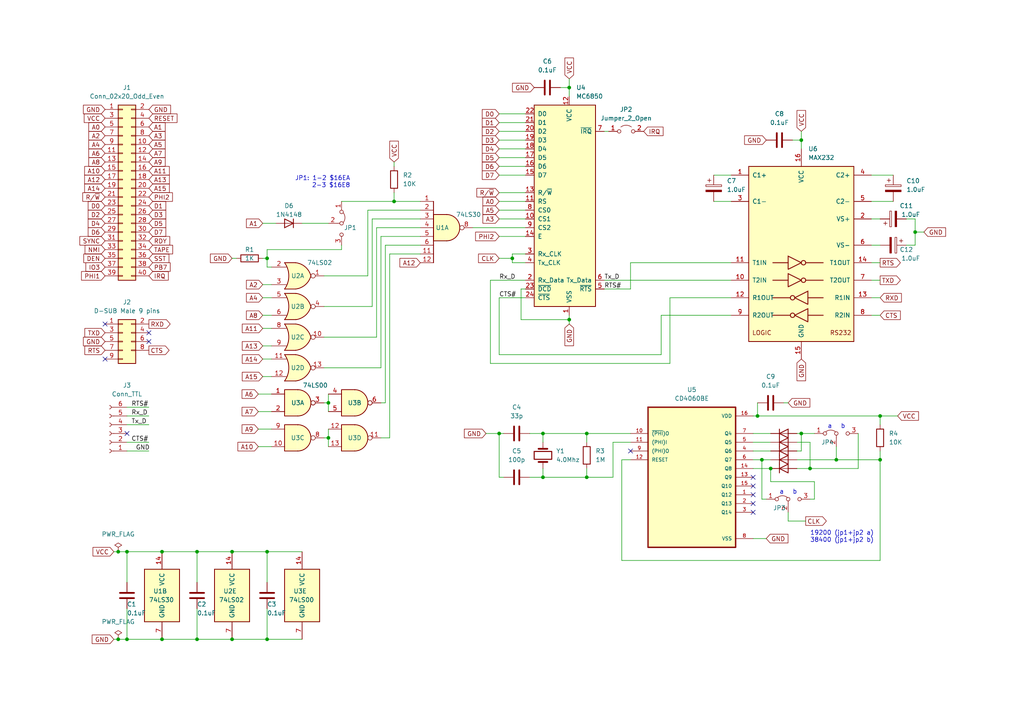
<source format=kicad_sch>
(kicad_sch (version 20211123) (generator eeschema)
  (paper "A4")
  (title_block (title "PAL-1 Serial Interface Adapter") (date "October 2022") (rev "1.0A") (company "Plastic Objects Limited"))
  (lib_symbols
    (symbol "74xx:74LS00" (pin_names (offset 1.016))
      (property "Reference" "U" (at 0 1.27 0))
      (property "Value" "74LS00" (at 0 -1.27 0))
      (symbol "74LS00_1_1"
        (pin input line (at -7.62 2.54 0) (length 3.81) (name "~") (number "1"))
        (pin input line (at -7.62 -2.54 0) (length 3.81) (name "~") (number "2"))
        (pin output inverted (at 7.62 0 180) (length 3.81) (name "~") (number "3"))
      )
      (symbol "74LS00_1_2"
        (pin input inverted (at -7.62 2.54 0) (length 4.318) (name "~") (number "1"))
        (pin input inverted (at -7.62 -2.54 0) (length 4.318) (name "~") (number "2"))
        (pin output line (at 7.62 0 180) (length 3.81) (name "~") (number "3"))
      )
      (symbol "74LS00_2_1"
        (pin input line (at -7.62 2.54 0) (length 3.81) (name "~") (number "4"))
        (pin input line (at -7.62 -2.54 0) (length 3.81) (name "~") (number "5"))
        (pin output inverted (at 7.62 0 180) (length 3.81) (name "~") (number "6"))
      )
      (symbol "74LS00_2_2"
        (pin input inverted (at -7.62 2.54 0) (length 4.318) (name "~") (number "4"))
        (pin input inverted (at -7.62 -2.54 0) (length 4.318) (name "~") (number "5"))
        (pin output line (at 7.62 0 180) (length 3.81) (name "~") (number "6"))
      )
      (symbol "74LS00_3_1"
        (pin input line (at -7.62 -2.54 0) (length 3.81) (name "~") (number "10"))
        (pin output inverted (at 7.62 0 180) (length 3.81) (name "~") (number "8"))
        (pin input line (at -7.62 2.54 0) (length 3.81) (name "~") (number "9"))
      )
      (symbol "74LS00_3_2"
        (pin input inverted (at -7.62 -2.54 0) (length 4.318) (name "~") (number "10"))
        (pin output line (at 7.62 0 180) (length 3.81) (name "~") (number "8"))
        (pin input inverted (at -7.62 2.54 0) (length 4.318) (name "~") (number "9"))
      )
      (symbol "74LS00_4_1"
        (pin output inverted (at 7.62 0 180) (length 3.81) (name "~") (number "11"))
        (pin input line (at -7.62 2.54 0) (length 3.81) (name "~") (number "12"))
        (pin input line (at -7.62 -2.54 0) (length 3.81) (name "~") (number "13"))
      )
      (symbol "74LS00_4_2"
        (pin output line (at 7.62 0 180) (length 3.81) (name "~") (number "11"))
        (pin input inverted (at -7.62 2.54 0) (length 4.318) (name "~") (number "12"))
        (pin input inverted (at -7.62 -2.54 0) (length 4.318) (name "~") (number "13"))
      )
      (symbol "74LS00_5_0"
        (pin power_in line (at 0 12.7 270) (length 5.08) (name "VCC") (number "14"))
        (pin power_in line (at 0 -12.7 90) (length 5.08) (name "GND") (number "7"))
      )
    )
    (symbol "74xx:74LS02" (pin_names (offset 1.016))
      (property "Reference" "U" (at 0 1.27 0))
      (property "Value" "74LS02" (at 0 -1.27 0))
      (symbol "74LS02_1_1"
        (pin output inverted (at 7.62 0 180) (length 3.81) (name "~") (number "1"))
        (pin input line (at -7.62 2.54 0) (length 4.318) (name "~") (number "2"))
        (pin input line (at -7.62 -2.54 0) (length 4.318) (name "~") (number "3"))
      )
      (symbol "74LS02_1_2"
        (pin output line (at 7.62 0 180) (length 3.81) (name "~") (number "1"))
        (pin input inverted (at -7.62 2.54 0) (length 3.81) (name "~") (number "2"))
        (pin input inverted (at -7.62 -2.54 0) (length 3.81) (name "~") (number "3"))
      )
      (symbol "74LS02_2_1"
        (pin output inverted (at 7.62 0 180) (length 3.81) (name "~") (number "4"))
        (pin input line (at -7.62 2.54 0) (length 4.318) (name "~") (number "5"))
        (pin input line (at -7.62 -2.54 0) (length 4.318) (name "~") (number "6"))
      )
      (symbol "74LS02_2_2"
        (pin output line (at 7.62 0 180) (length 3.81) (name "~") (number "4"))
        (pin input inverted (at -7.62 2.54 0) (length 3.81) (name "~") (number "5"))
        (pin input inverted (at -7.62 -2.54 0) (length 3.81) (name "~") (number "6"))
      )
      (symbol "74LS02_3_1"
        (pin output inverted (at 7.62 0 180) (length 3.81) (name "~") (number "10"))
        (pin input line (at -7.62 2.54 0) (length 4.318) (name "~") (number "8"))
        (pin input line (at -7.62 -2.54 0) (length 4.318) (name "~") (number "9"))
      )
      (symbol "74LS02_3_2"
        (pin output line (at 7.62 0 180) (length 3.81) (name "~") (number "10"))
        (pin input inverted (at -7.62 2.54 0) (length 3.81) (name "~") (number "8"))
        (pin input inverted (at -7.62 -2.54 0) (length 3.81) (name "~") (number "9"))
      )
      (symbol "74LS02_4_1"
        (pin input line (at -7.62 2.54 0) (length 4.318) (name "~") (number "11"))
        (pin input line (at -7.62 -2.54 0) (length 4.318) (name "~") (number "12"))
        (pin output inverted (at 7.62 0 180) (length 3.81) (name "~") (number "13"))
      )
      (symbol "74LS02_4_2"
        (pin input inverted (at -7.62 2.54 0) (length 3.81) (name "~") (number "11"))
        (pin input inverted (at -7.62 -2.54 0) (length 3.81) (name "~") (number "12"))
        (pin output line (at 7.62 0 180) (length 3.81) (name "~") (number "13"))
      )
      (symbol "74LS02_5_0"
        (pin power_in line (at 0 12.7 270) (length 5.08) (name "VCC") (number "14"))
        (pin power_in line (at 0 -12.7 90) (length 5.08) (name "GND") (number "7"))
      )
    )
    (symbol "74xx:74LS30" (pin_names (offset 1.016))
      (property "Reference" "U" (at 0 1.27 0))
      (property "Value" "74LS30" (at 0 -1.27 0))
      (symbol "74LS30_1_1"
        (pin input line (at -7.62 7.62 0) (length 3.81) (name "~") (number "1"))
        (pin input line (at -7.62 -7.62 0) (length 3.81) (name "~") (number "11"))
        (pin input line (at -7.62 -10.16 0) (length 3.81) (name "~") (number "12"))
        (pin input line (at -7.62 5.08 0) (length 3.81) (name "~") (number "2"))
        (pin input line (at -7.62 2.54 0) (length 3.81) (name "~") (number "3"))
        (pin input line (at -7.62 0 0) (length 3.81) (name "~") (number "4"))
        (pin input line (at -7.62 -2.54 0) (length 3.81) (name "~") (number "5"))
        (pin input line (at -7.62 -5.08 0) (length 3.81) (name "~") (number "6"))
        (pin output inverted (at 7.62 0 180) (length 3.81) (name "~") (number "8"))
      )
      (symbol "74LS30_1_2"
        (pin input inverted (at -7.62 7.62 0) (length 3.81) (name "~") (number "1"))
        (pin input inverted (at -7.62 -7.62 0) (length 3.81) (name "~") (number "11"))
        (pin input inverted (at -7.62 -10.16 0) (length 3.81) (name "~") (number "12"))
        (pin input inverted (at -7.62 5.08 0) (length 3.81) (name "~") (number "2"))
        (pin input inverted (at -7.62 2.54 0) (length 4.5466) (name "~") (number "3"))
        (pin input inverted (at -7.62 0 0) (length 5.08) (name "~") (number "4"))
        (pin input inverted (at -7.62 -2.54 0) (length 4.5466) (name "~") (number "5"))
        (pin input inverted (at -7.62 -5.08 0) (length 3.81) (name "~") (number "6"))
        (pin output line (at 7.62 0 180) (length 3.81) (name "~") (number "8"))
      )
      (symbol "74LS30_2_0"
        (pin power_in line (at 0 12.7 270) (length 5.08) (name "VCC") (number "14"))
        (pin power_in line (at 0 -12.7 90) (length 5.08) (name "GND") (number "7"))
      )
    )
    (symbol "Connector:Conn_01x06_Female" (pin_names (offset 1.016) hide)
      (property "Reference" "J" (at 0 7.62 0))
      (property "Value" "Conn_01x06_Female" (at 0 -10.16 0))
      (symbol "Conn_01x06_Female_1_1"
        (pin passive line (at -5.08 5.08 0) (length 3.81) (name "Pin_1") (number "1"))
        (pin passive line (at -5.08 2.54 0) (length 3.81) (name "Pin_2") (number "2"))
        (pin passive line (at -5.08 0 0) (length 3.81) (name "Pin_3") (number "3"))
        (pin passive line (at -5.08 -2.54 0) (length 3.81) (name "Pin_4") (number "4"))
        (pin passive line (at -5.08 -5.08 0) (length 3.81) (name "Pin_5") (number "5"))
        (pin passive line (at -5.08 -7.62 0) (length 3.81) (name "Pin_6") (number "6"))
      )
    )
    (symbol "Connector_Generic:Conn_02x20_Odd_Even" (pin_names (offset 1.016) hide)
      (property "Reference" "J" (at 1.27 25.4 0))
      (property "Value" "Conn_02x20_Odd_Even" (at 1.27 -27.94 0))
      (symbol "Conn_02x20_Odd_Even_1_1"
        (pin passive line (at -5.08 22.86 0) (length 3.81) (name "Pin_1") (number "1"))
        (pin passive line (at 7.62 12.7 180) (length 3.81) (name "Pin_10") (number "10"))
        (pin passive line (at -5.08 10.16 0) (length 3.81) (name "Pin_11") (number "11"))
        (pin passive line (at 7.62 10.16 180) (length 3.81) (name "Pin_12") (number "12"))
        (pin passive line (at -5.08 7.62 0) (length 3.81) (name "Pin_13") (number "13"))
        (pin passive line (at 7.62 7.62 180) (length 3.81) (name "Pin_14") (number "14"))
        (pin passive line (at -5.08 5.08 0) (length 3.81) (name "Pin_15") (number "15"))
        (pin passive line (at 7.62 5.08 180) (length 3.81) (name "Pin_16") (number "16"))
        (pin passive line (at -5.08 2.54 0) (length 3.81) (name "Pin_17") (number "17"))
        (pin passive line (at 7.62 2.54 180) (length 3.81) (name "Pin_18") (number "18"))
        (pin passive line (at -5.08 0 0) (length 3.81) (name "Pin_19") (number "19"))
        (pin passive line (at 7.62 22.86 180) (length 3.81) (name "Pin_2") (number "2"))
        (pin passive line (at 7.62 0 180) (length 3.81) (name "Pin_20") (number "20"))
        (pin passive line (at -5.08 -2.54 0) (length 3.81) (name "Pin_21") (number "21"))
        (pin passive line (at 7.62 -2.54 180) (length 3.81) (name "Pin_22") (number "22"))
        (pin passive line (at -5.08 -5.08 0) (length 3.81) (name "Pin_23") (number "23"))
        (pin passive line (at 7.62 -5.08 180) (length 3.81) (name "Pin_24") (number "24"))
        (pin passive line (at -5.08 -7.62 0) (length 3.81) (name "Pin_25") (number "25"))
        (pin passive line (at 7.62 -7.62 180) (length 3.81) (name "Pin_26") (number "26"))
        (pin passive line (at -5.08 -10.16 0) (length 3.81) (name "Pin_27") (number "27"))
        (pin passive line (at 7.62 -10.16 180) (length 3.81) (name "Pin_28") (number "28"))
        (pin passive line (at -5.08 -12.7 0) (length 3.81) (name "Pin_29") (number "29"))
        (pin passive line (at -5.08 20.32 0) (length 3.81) (name "Pin_3") (number "3"))
        (pin passive line (at 7.62 -12.7 180) (length 3.81) (name "Pin_30") (number "30"))
        (pin passive line (at -5.08 -15.24 0) (length 3.81) (name "Pin_31") (number "31"))
        (pin passive line (at 7.62 -15.24 180) (length 3.81) (name "Pin_32") (number "32"))
        (pin passive line (at -5.08 -17.78 0) (length 3.81) (name "Pin_33") (number "33"))
        (pin passive line (at 7.62 -17.78 180) (length 3.81) (name "Pin_34") (number "34"))
        (pin passive line (at -5.08 -20.32 0) (length 3.81) (name "Pin_35") (number "35"))
        (pin passive line (at 7.62 -20.32 180) (length 3.81) (name "Pin_36") (number "36"))
        (pin passive line (at -5.08 -22.86 0) (length 3.81) (name "Pin_37") (number "37"))
        (pin passive line (at 7.62 -22.86 180) (length 3.81) (name "Pin_38") (number "38"))
        (pin passive line (at -5.08 -25.4 0) (length 3.81) (name "Pin_39") (number "39"))
        (pin passive line (at 7.62 20.32 180) (length 3.81) (name "Pin_4") (number "4"))
        (pin passive line (at 7.62 -25.4 180) (length 3.81) (name "Pin_40") (number "40"))
        (pin passive line (at -5.08 17.78 0) (length 3.81) (name "Pin_5") (number "5"))
        (pin passive line (at 7.62 17.78 180) (length 3.81) (name "Pin_6") (number "6"))
        (pin passive line (at -5.08 15.24 0) (length 3.81) (name "Pin_7") (number "7"))
        (pin passive line (at 7.62 15.24 180) (length 3.81) (name "Pin_8") (number "8"))
        (pin passive line (at -5.08 12.7 0) (length 3.81) (name "Pin_9") (number "9"))
      )
    )
    (symbol "Connector_Generic:Conn_2Rows-09Pins" (pin_names (offset 1.016) hide)
      (property "Reference" "J" (at 1.27 7.62 0))
      (property "Value" "Conn_2Rows-09Pins" (at 1.27 -7.62 0))
      (symbol "Conn_2Rows-09Pins_1_1"
        (pin passive line (at -5.08 5.08 0) (length 3.81) (name "Pin_1") (number "1"))
        (pin passive line (at 7.62 5.08 180) (length 3.81) (name "Pin_2") (number "2"))
        (pin passive line (at -5.08 2.54 0) (length 3.81) (name "Pin_3") (number "3"))
        (pin passive line (at 7.62 2.54 180) (length 3.81) (name "Pin_4") (number "4"))
        (pin passive line (at -5.08 0 0) (length 3.81) (name "Pin_5") (number "5"))
        (pin passive line (at 7.62 0 180) (length 3.81) (name "Pin_6") (number "6"))
        (pin passive line (at -5.08 -2.54 0) (length 3.81) (name "Pin_7") (number "7"))
        (pin passive line (at 7.62 -2.54 180) (length 3.81) (name "Pin_8") (number "8"))
        (pin passive line (at -5.08 -5.08 0) (length 3.81) (name "Pin_9") (number "9"))
      )
    )
    (symbol "Device:C" (pin_numbers hide) (pin_names (offset 0.254))
      (property "Reference" "C" (at 0.635 2.54 0))
      (property "Value" "C" (at 0.635 -2.54 0))
      (symbol "C_1_1"
        (pin passive line (at 0 3.81 270) (length 2.794) (name "~") (number "1"))
        (pin passive line (at 0 -3.81 90) (length 2.794) (name "~") (number "2"))
      )
    )
    (symbol "Device:C_Polarized" (pin_numbers hide) (pin_names (offset 0.254))
      (property "Reference" "C" (at 0.635 2.54 0))
      (property "Value" "C_Polarized" (at 0.635 -2.54 0))
      (symbol "C_Polarized_1_1"
        (pin passive line (at 0 3.81 270) (length 2.794) (name "~") (number "1"))
        (pin passive line (at 0 -3.81 90) (length 2.794) (name "~") (number "2"))
      )
    )
    (symbol "Device:Crystal" (pin_numbers hide) (pin_names (offset 1.016) hide)
      (property "Reference" "Y" (at 0 3.81 0))
      (property "Value" "Crystal" (at 0 -3.81 0))
      (symbol "Crystal_1_1"
        (pin passive line (at -3.81 0 0) (length 1.27) (name "1") (number "1"))
        (pin passive line (at 3.81 0 180) (length 1.27) (name "2") (number "2"))
      )
    )
    (symbol "Device:R" (pin_numbers hide) (pin_names (offset 0))
      (property "Reference" "R" (at 2.032 0 90))
      (property "Value" "R" (at 0 0 90))
      (symbol "R_1_1"
        (pin passive line (at 0 3.81 270) (length 1.27) (name "~") (number "1"))
        (pin passive line (at 0 -3.81 90) (length 1.27) (name "~") (number "2"))
      )
    )
    (symbol "Diode:1N4148" (pin_numbers hide) (pin_names (offset 1.016) hide)
      (property "Reference" "D" (at 0 2.54 0))
      (property "Value" "1N4148" (at 0 -2.54 0))
      (symbol "1N4148_1_1"
        (pin passive line (at -3.81 0 0) (length 2.54) (name "K") (number "1"))
        (pin passive line (at 3.81 0 180) (length 2.54) (name "A") (number "2"))
      )
    )
    (symbol "Interface_UART:MAX232" (pin_names (offset 1.016))
      (property "Reference" "U" (at -2.54 28.575 0))
      (property "Value" "MAX232" (at -2.54 26.67 0))
      (symbol "MAX232_0_0"
        (text "LOGIC" (at -11.43 -22.86 0) (effects (font (size 1.27 1.27))))
        (text "RS232" (at 11.43 -22.86 0) (effects (font (size 1.27 1.27))))
      )
      (symbol "MAX232_1_1"
        (pin passive line (at -20.32 22.86 0) (length 5.08) (name "C1+") (number "1"))
        (pin input line (at -20.32 -7.62 0) (length 5.08) (name "T2IN") (number "10"))
        (pin input line (at -20.32 -2.54 0) (length 5.08) (name "T1IN") (number "11"))
        (pin output line (at -20.32 -12.7 0) (length 5.08) (name "R1OUT") (number "12"))
        (pin input line (at 20.32 -12.7 180) (length 5.08) (name "R1IN") (number "13"))
        (pin output line (at 20.32 -2.54 180) (length 5.08) (name "T1OUT") (number "14"))
        (pin power_in line (at 0 -30.48 90) (length 5.08) (name "GND") (number "15"))
        (pin power_in line (at 0 30.48 270) (length 5.08) (name "VCC") (number "16"))
        (pin power_out line (at 20.32 10.16 180) (length 5.08) (name "VS+") (number "2"))
        (pin passive line (at -20.32 15.24 0) (length 5.08) (name "C1-") (number "3"))
        (pin passive line (at 20.32 22.86 180) (length 5.08) (name "C2+") (number "4"))
        (pin passive line (at 20.32 15.24 180) (length 5.08) (name "C2-") (number "5"))
        (pin power_out line (at 20.32 2.54 180) (length 5.08) (name "VS-") (number "6"))
        (pin output line (at 20.32 -7.62 180) (length 5.08) (name "T2OUT") (number "7"))
        (pin input line (at 20.32 -17.78 180) (length 5.08) (name "R2IN") (number "8"))
        (pin output line (at -20.32 -17.78 0) (length 5.08) (name "R2OUT") (number "9"))
      )
    )
    (symbol "Interface_UART:MC6850" (pin_names (offset 1.016))
      (property "Reference" "U" (at -7.366 31.75 0))
      (property "Value" "MC6850" (at 10.414 31.75 0))
      (symbol "MC6850_1_1"
        (pin power_in line (at 0 -30.48 90) (length 2.54) (name "VSS") (number "1"))
        (pin input line (at -12.7 -2.54 0) (length 2.54) (name "CS1") (number "10"))
        (pin input line (at -12.7 2.54 0) (length 2.54) (name "RS") (number "11"))
        (pin power_in line (at 0 33.02 270) (length 2.54) (name "VCC") (number "12"))
        (pin input line (at -12.7 5.08 0) (length 2.54) (name "R/~{W}") (number "13"))
        (pin input line (at -12.7 -7.62 0) (length 2.54) (name "E") (number "14"))
        (pin bidirectional line (at -12.7 10.16 0) (length 2.54) (name "D7") (number "15"))
        (pin bidirectional line (at -12.7 12.7 0) (length 2.54) (name "D6") (number "16"))
        (pin bidirectional line (at -12.7 15.24 0) (length 2.54) (name "D5") (number "17"))
        (pin bidirectional line (at -12.7 17.78 0) (length 2.54) (name "D4") (number "18"))
        (pin bidirectional line (at -12.7 20.32 0) (length 2.54) (name "D3") (number "19"))
        (pin input line (at -12.7 -20.32 0) (length 2.54) (name "Rx_Data") (number "2"))
        (pin bidirectional line (at -12.7 22.86 0) (length 2.54) (name "D2") (number "20"))
        (pin bidirectional line (at -12.7 25.4 0) (length 2.54) (name "D1") (number "21"))
        (pin bidirectional line (at -12.7 27.94 0) (length 2.54) (name "D0") (number "22"))
        (pin input line (at -12.7 -22.86 0) (length 2.54) (name "~{DCD}") (number "23"))
        (pin input line (at -12.7 -25.4 0) (length 2.54) (name "~{CTS}") (number "24"))
        (pin input line (at -12.7 -12.7 0) (length 2.54) (name "Rx_CLK") (number "3"))
        (pin input line (at -12.7 -15.24 0) (length 2.54) (name "Tx_CLK") (number "4"))
        (pin output line (at 10.16 -22.86 180) (length 2.54) (name "~{RTS}") (number "5"))
        (pin output line (at 10.16 -20.32 180) (length 2.54) (name "Tx_Data") (number "6"))
        (pin output line (at 10.16 22.86 180) (length 2.54) (name "~{IRQ}") (number "7"))
        (pin input line (at -12.7 0 0) (length 2.54) (name "CS0") (number "8"))
        (pin input line (at -12.7 -5.08 0) (length 2.54) (name "CS2") (number "9"))
      )
    )
    (symbol "Jumper:Jumper_2_Open" (pin_names (offset 0) hide)
      (property "Reference" "JP" (at 0 2.794 0))
      (property "Value" "Jumper_2_Open" (at 0 -2.286 0))
      (symbol "Jumper_2_Open_1_1"
        (pin passive line (at -5.08 0 0) (length 2.54) (name "A") (number "1"))
        (pin passive line (at 5.08 0 180) (length 2.54) (name "B") (number "2"))
      )
    )
    (symbol "Jumper:Jumper_3_Bridged12" (pin_names (offset 0) hide)
      (property "Reference" "JP" (at -2.54 -2.54 0))
      (property "Value" "Jumper_3_Bridged12" (at 0 2.794 0))
      (symbol "Jumper_3_Bridged12_1_1"
        (pin passive line (at -6.35 0 0) (length 2.54) (name "A") (number "1"))
        (pin passive line (at 0 -3.81 90) (length 2.54) (name "C") (number "2"))
        (pin passive line (at 6.35 0 180) (length 2.54) (name "B") (number "3"))
      )
    )
    (symbol "Serial:CD4060BE" (pin_names (offset 1.016))
      (property "Reference" "U" (at -12.7 21.3106 0))
      (property "Value" "CD4060BE" (at -12.7 -24.3078 0))
      (symbol "CD4060BE_0_0"
        (pin output line (at 17.78 -5.08 180) (length 5.08) (name "Q12") (number "1"))
        (pin input line (at -17.78 12.7 0) (length 5.08) (name "~{(PHI})O") (number "10"))
        (pin input line (at -17.78 10.16 0) (length 5.08) (name "(PHI)I") (number "11"))
        (pin input line (at -17.78 5.08 0) (length 5.08) (name "RESET") (number "12"))
        (pin output line (at 17.78 0 180) (length 5.08) (name "Q9") (number "13"))
        (pin output line (at 17.78 2.54 180) (length 5.08) (name "Q8") (number "14"))
        (pin output line (at 17.78 -2.54 180) (length 5.08) (name "Q10") (number "15"))
        (pin power_in line (at 17.78 17.78 180) (length 5.08) (name "VDD") (number "16"))
        (pin output line (at 17.78 -7.62 180) (length 5.08) (name "Q13") (number "2"))
        (pin output line (at 17.78 -10.16 180) (length 5.08) (name "Q14") (number "3"))
        (pin output line (at 17.78 7.62 180) (length 5.08) (name "Q6") (number "4"))
        (pin output line (at 17.78 10.16 180) (length 5.08) (name "Q5") (number "5"))
        (pin output line (at 17.78 5.08 180) (length 5.08) (name "Q7") (number "6"))
        (pin output line (at 17.78 12.7 180) (length 5.08) (name "Q4") (number "7"))
        (pin power_in line (at 17.78 -17.78 180) (length 5.08) (name "VSS") (number "8"))
        (pin input line (at -17.78 7.62 0) (length 5.08) (name "(PHI)O") (number "9"))
      )
    )
    (symbol "power:PWR_FLAG" (power) (pin_numbers hide) (pin_names (offset 0) hide)
      (property "Value" "PWR_FLAG" (at 0 3.81 0))
      (symbol "PWR_FLAG_0_0"
        (pin power_out line (at 0 0 90) (length 0) (name "pwr") (number "1"))
      )
    )
  )
  (junction (at 57.15 160.02))
  (junction (at 232.41 40.64))
  (junction (at 34.29 160.02))
  (junction (at 157.48 125.73))
  (junction (at 77.47 185.42))
  (junction (at 67.31 160.02))
  (junction (at 77.47 74.93))
  (junction (at 95.25 127))
  (junction (at 255.27 120.65))
  (junction (at 36.83 160.02))
  (junction (at 255.27 133.35))
  (junction (at 234.95 135.89))
  (junction (at 232.41 125.73))
  (junction (at 165.1 25.4))
  (junction (at 34.29 185.42))
  (junction (at 148.59 74.93))
  (junction (at 114.3 58.42))
  (junction (at 157.48 138.43))
  (junction (at 170.18 125.73))
  (junction (at 67.31 185.42))
  (junction (at 95.25 116.84))
  (junction (at 77.47 160.02))
  (junction (at 144.78 125.73))
  (junction (at 220.98 133.35))
  (junction (at 57.15 185.42))
  (junction (at 36.83 185.42))
  (junction (at 46.99 160.02))
  (junction (at 265.43 67.31))
  (junction (at 219.71 120.65))
  (junction (at 46.99 185.42))
  (junction (at 165.1 92.71))
  (junction (at 170.18 138.43))
  (junction (at 223.52 135.89))
  (junction (at 242.57 133.35))
  (no_connect (at 36.83 125.73))
  (no_connect (at 30.48 93.98))
  (no_connect (at 43.18 96.52))
  (no_connect (at 43.18 99.06))
  (no_connect (at 30.48 104.14))
  (no_connect (at 218.44 140.97))
  (no_connect (at 218.44 148.59))
  (no_connect (at 218.44 138.43))
  (no_connect (at 218.44 146.05))
  (no_connect (at 218.44 143.51))
  (no_connect (at 182.88 130.81))
  (wire (pts (xy 180.34 133.35) (xy 180.34 162.56)))
  (wire (pts (xy 77.47 160.02) (xy 87.63 160.02)))
  (wire (pts (xy 67.31 160.02) (xy 77.47 160.02)))
  (wire (pts (xy 67.31 185.42) (xy 77.47 185.42)))
  (wire (pts (xy 177.8 138.43) (xy 170.18 138.43)))
  (wire (pts (xy 218.44 130.81) (xy 223.52 130.81)))
  (wire (pts (xy 74.93 119.38) (xy 78.74 119.38)))
  (wire (pts (xy 36.83 160.02) (xy 36.83 168.91)))
  (wire (pts (xy 242.57 129.54) (xy 242.57 133.35)))
  (wire (pts (xy 109.22 66.04) (xy 121.92 66.04)))
  (wire (pts (xy 175.26 81.28) (xy 212.09 81.28)))
  (wire (pts (xy 255.27 81.28) (xy 252.73 81.28)))
  (wire (pts (xy 220.98 133.35) (xy 223.52 133.35)))
  (wire (pts (xy 95.25 124.46) (xy 95.25 127)))
  (wire (pts (xy 106.68 60.96) (xy 106.68 80.01)))
  (wire (pts (xy 76.2 86.36) (xy 78.74 86.36)))
  (wire (pts (xy 57.15 160.02) (xy 67.31 160.02)))
  (wire (pts (xy 218.44 156.21) (xy 222.25 156.21)))
  (wire (pts (xy 114.3 46.99) (xy 114.3 48.26)))
  (wire (pts (xy 252.73 71.12) (xy 255.27 71.12)))
  (wire (pts (xy 76.2 109.22) (xy 78.74 109.22)))
  (wire (pts (xy 220.98 144.78) (xy 222.25 144.78)))
  (wire (pts (xy 77.47 176.53) (xy 77.47 185.42)))
  (wire (pts (xy 57.15 176.53) (xy 57.15 185.42)))
  (wire (pts (xy 34.29 185.42) (xy 36.83 185.42)))
  (wire (pts (xy 219.71 116.84) (xy 219.71 120.65)))
  (wire (pts (xy 265.43 67.31) (xy 267.97 67.31)))
  (wire (pts (xy 110.49 68.58) (xy 110.49 106.68)))
  (wire (pts (xy 142.24 81.28) (xy 152.4 81.28)))
  (wire (pts (xy 146.05 125.73) (xy 144.78 125.73)))
  (wire (pts (xy 144.78 68.58) (xy 152.4 68.58)))
  (wire (pts (xy 74.93 129.54) (xy 78.74 129.54)))
  (wire (pts (xy 95.25 116.84) (xy 95.25 119.38)))
  (wire (pts (xy 113.03 73.66) (xy 113.03 127)))
  (wire (pts (xy 113.03 73.66) (xy 121.92 73.66)))
  (wire (pts (xy 218.44 133.35) (xy 220.98 133.35)))
  (wire (pts (xy 93.98 80.01) (xy 106.68 80.01)))
  (wire (pts (xy 162.56 25.4) (xy 165.1 25.4)))
  (wire (pts (xy 36.83 118.11) (xy 43.18 118.11)))
  (wire (pts (xy 232.41 130.81) (xy 232.41 125.73)))
  (wire (pts (xy 93.98 88.9) (xy 107.95 88.9)))
  (wire (pts (xy 218.44 120.65) (xy 219.71 120.65)))
  (wire (pts (xy 144.78 63.5) (xy 152.4 63.5)))
  (wire (pts (xy 148.59 76.2) (xy 152.4 76.2)))
  (wire (pts (xy 77.47 77.47) (xy 78.74 77.47)))
  (wire (pts (xy 36.83 160.02) (xy 46.99 160.02)))
  (wire (pts (xy 218.44 128.27) (xy 223.52 128.27)))
  (wire (pts (xy 137.16 66.04) (xy 152.4 66.04)))
  (wire (pts (xy 252.73 58.42) (xy 259.08 58.42)))
  (wire (pts (xy 111.76 71.12) (xy 111.76 116.84)))
  (wire (pts (xy 165.1 25.4) (xy 165.1 27.94)))
  (wire (pts (xy 219.71 120.65) (xy 255.27 120.65)))
  (wire (pts (xy 255.27 120.65) (xy 255.27 123.19)))
  (wire (pts (xy 255.27 91.44) (xy 252.73 91.44)))
  (wire (pts (xy 142.24 105.41) (xy 142.24 81.28)))
  (wire (pts (xy 242.57 133.35) (xy 255.27 133.35)))
  (wire (pts (xy 36.83 185.42) (xy 46.99 185.42)))
  (wire (pts (xy 262.89 63.5) (xy 265.43 63.5)))
  (wire (pts (xy 228.6 116.84) (xy 227.33 116.84)))
  (wire (pts (xy 223.52 135.89) (xy 223.52 139.7)))
  (wire (pts (xy 144.78 74.93) (xy 148.59 74.93)))
  (wire (pts (xy 182.88 128.27) (xy 177.8 128.27)))
  (wire (pts (xy 152.4 73.66) (xy 148.59 73.66)))
  (wire (pts (xy 144.78 33.02) (xy 152.4 33.02)))
  (wire (pts (xy 228.6 151.13) (xy 233.68 151.13)))
  (wire (pts (xy 57.15 185.42) (xy 67.31 185.42)))
  (wire (pts (xy 99.06 72.39) (xy 77.47 72.39)))
  (wire (pts (xy 234.95 128.27) (xy 234.95 135.89)))
  (wire (pts (xy 144.78 138.43) (xy 146.05 138.43)))
  (wire (pts (xy 110.49 127) (xy 113.03 127)))
  (wire (pts (xy 177.8 128.27) (xy 177.8 138.43)))
  (wire (pts (xy 144.78 35.56) (xy 152.4 35.56)))
  (wire (pts (xy 110.49 116.84) (xy 111.76 116.84)))
  (wire (pts (xy 148.59 74.93) (xy 148.59 76.2)))
  (wire (pts (xy 144.78 38.1) (xy 152.4 38.1)))
  (wire (pts (xy 144.78 48.26) (xy 152.4 48.26)))
  (wire (pts (xy 99.06 58.42) (xy 114.3 58.42)))
  (wire (pts (xy 223.52 139.7) (xy 236.22 139.7)))
  (wire (pts (xy 220.98 133.35) (xy 220.98 144.78)))
  (wire (pts (xy 148.59 73.66) (xy 148.59 74.93)))
  (wire (pts (xy 76.2 95.25) (xy 78.74 95.25)))
  (wire (pts (xy 265.43 67.31) (xy 265.43 71.12)))
  (wire (pts (xy 229.87 40.64) (xy 232.41 40.64)))
  (wire (pts (xy 107.95 63.5) (xy 107.95 88.9)))
  (wire (pts (xy 107.95 63.5) (xy 121.92 63.5)))
  (wire (pts (xy 74.93 114.3) (xy 78.74 114.3)))
  (wire (pts (xy 110.49 68.58) (xy 121.92 68.58)))
  (wire (pts (xy 67.31 74.93) (xy 68.58 74.93)))
  (wire (pts (xy 144.78 40.64) (xy 152.4 40.64)))
  (wire (pts (xy 74.93 124.46) (xy 78.74 124.46)))
  (wire (pts (xy 255.27 133.35) (xy 255.27 130.81)))
  (wire (pts (xy 36.83 120.65) (xy 43.18 120.65)))
  (wire (pts (xy 109.22 66.04) (xy 109.22 97.79)))
  (wire (pts (xy 170.18 125.73) (xy 170.18 128.27)))
  (wire (pts (xy 77.47 185.42) (xy 87.63 185.42)))
  (wire (pts (xy 114.3 55.88) (xy 114.3 58.42)))
  (wire (pts (xy 234.95 135.89) (xy 231.14 135.89)))
  (wire (pts (xy 36.83 130.81) (xy 43.18 130.81)))
  (wire (pts (xy 182.88 83.82) (xy 182.88 76.2)))
  (wire (pts (xy 165.1 22.86) (xy 165.1 25.4)))
  (wire (pts (xy 232.41 40.64) (xy 232.41 43.18)))
  (wire (pts (xy 152.4 83.82) (xy 151.13 83.82)))
  (wire (pts (xy 265.43 71.12) (xy 262.89 71.12)))
  (wire (pts (xy 144.78 45.72) (xy 152.4 45.72)))
  (wire (pts (xy 248.92 125.73) (xy 248.92 135.89)))
  (wire (pts (xy 218.44 135.89) (xy 223.52 135.89)))
  (wire (pts (xy 153.67 125.73) (xy 157.48 125.73)))
  (wire (pts (xy 144.78 86.36) (xy 144.78 102.87)))
  (wire (pts (xy 93.98 116.84) (xy 95.25 116.84)))
  (wire (pts (xy 194.31 86.36) (xy 212.09 86.36)))
  (wire (pts (xy 144.78 86.36) (xy 152.4 86.36)))
  (wire (pts (xy 76.2 91.44) (xy 78.74 91.44)))
  (wire (pts (xy 144.78 55.88) (xy 152.4 55.88)))
  (wire (pts (xy 157.48 125.73) (xy 170.18 125.73)))
  (wire (pts (xy 114.3 58.42) (xy 121.92 58.42)))
  (wire (pts (xy 191.77 102.87) (xy 191.77 91.44)))
  (wire (pts (xy 157.48 128.27) (xy 157.48 125.73)))
  (wire (pts (xy 255.27 120.65) (xy 260.35 120.65)))
  (wire (pts (xy 144.78 60.96) (xy 152.4 60.96)))
  (wire (pts (xy 33.02 160.02) (xy 34.29 160.02)))
  (wire (pts (xy 76.2 74.93) (xy 77.47 74.93)))
  (wire (pts (xy 144.78 43.18) (xy 152.4 43.18)))
  (wire (pts (xy 170.18 125.73) (xy 182.88 125.73)))
  (wire (pts (xy 231.14 128.27) (xy 234.95 128.27)))
  (wire (pts (xy 95.25 127) (xy 95.25 129.54)))
  (wire (pts (xy 234.95 144.78) (xy 236.22 144.78)))
  (wire (pts (xy 194.31 105.41) (xy 142.24 105.41)))
  (wire (pts (xy 140.97 125.73) (xy 144.78 125.73)))
  (wire (pts (xy 144.78 102.87) (xy 191.77 102.87)))
  (wire (pts (xy 153.67 138.43) (xy 157.48 138.43)))
  (wire (pts (xy 36.83 128.27) (xy 43.18 128.27)))
  (wire (pts (xy 111.76 71.12) (xy 121.92 71.12)))
  (wire (pts (xy 36.83 176.53) (xy 36.83 185.42)))
  (wire (pts (xy 231.14 125.73) (xy 232.41 125.73)))
  (wire (pts (xy 144.78 58.42) (xy 152.4 58.42)))
  (wire (pts (xy 170.18 138.43) (xy 157.48 138.43)))
  (wire (pts (xy 76.2 100.33) (xy 78.74 100.33)))
  (wire (pts (xy 207.01 58.42) (xy 212.09 58.42)))
  (wire (pts (xy 106.68 60.96) (xy 121.92 60.96)))
  (wire (pts (xy 57.15 168.91) (xy 57.15 160.02)))
  (wire (pts (xy 248.92 135.89) (xy 234.95 135.89)))
  (wire (pts (xy 46.99 160.02) (xy 57.15 160.02)))
  (wire (pts (xy 157.48 138.43) (xy 157.48 135.89)))
  (wire (pts (xy 33.02 185.42) (xy 34.29 185.42)))
  (wire (pts (xy 77.47 160.02) (xy 77.47 168.91)))
  (wire (pts (xy 180.34 162.56) (xy 255.27 162.56)))
  (wire (pts (xy 231.14 130.81) (xy 232.41 130.81)))
  (wire (pts (xy 165.1 92.71) (xy 165.1 93.98)))
  (wire (pts (xy 170.18 135.89) (xy 170.18 138.43)))
  (wire (pts (xy 151.13 83.82) (xy 151.13 92.71)))
  (wire (pts (xy 255.27 162.56) (xy 255.27 133.35)))
  (wire (pts (xy 99.06 72.39) (xy 99.06 71.12)))
  (wire (pts (xy 252.73 63.5) (xy 255.27 63.5)))
  (wire (pts (xy 236.22 139.7) (xy 236.22 144.78)))
  (wire (pts (xy 194.31 86.36) (xy 194.31 105.41)))
  (wire (pts (xy 252.73 50.8) (xy 259.08 50.8)))
  (wire (pts (xy 182.88 133.35) (xy 180.34 133.35)))
  (wire (pts (xy 34.29 160.02) (xy 36.83 160.02)))
  (wire (pts (xy 232.41 38.1) (xy 232.41 40.64)))
  (wire (pts (xy 93.98 106.68) (xy 110.49 106.68)))
  (wire (pts (xy 265.43 63.5) (xy 265.43 67.31)))
  (wire (pts (xy 76.2 104.14) (xy 78.74 104.14)))
  (wire (pts (xy 46.99 185.42) (xy 57.15 185.42)))
  (wire (pts (xy 93.98 127) (xy 95.25 127)))
  (wire (pts (xy 207.01 50.8) (xy 212.09 50.8)))
  (wire (pts (xy 175.26 83.82) (xy 182.88 83.82)))
  (wire (pts (xy 144.78 125.73) (xy 144.78 138.43)))
  (wire (pts (xy 255.27 86.36) (xy 252.73 86.36)))
  (wire (pts (xy 76.2 64.77) (xy 80.01 64.77)))
  (wire (pts (xy 151.13 92.71) (xy 165.1 92.71)))
  (wire (pts (xy 191.77 91.44) (xy 212.09 91.44)))
  (wire (pts (xy 231.14 133.35) (xy 242.57 133.35)))
  (wire (pts (xy 36.83 123.19) (xy 43.18 123.19)))
  (wire (pts (xy 93.98 97.79) (xy 109.22 97.79)))
  (wire (pts (xy 87.63 64.77) (xy 95.25 64.77)))
  (wire (pts (xy 232.41 125.73) (xy 236.22 125.73)))
  (wire (pts (xy 223.52 125.73) (xy 218.44 125.73)))
  (wire (pts (xy 76.2 82.55) (xy 78.74 82.55)))
  (wire (pts (xy 175.26 38.1) (xy 176.53 38.1)))
  (wire (pts (xy 95.25 114.3) (xy 95.25 116.84)))
  (wire (pts (xy 228.6 151.13) (xy 228.6 148.59)))
  (wire (pts (xy 77.47 74.93) (xy 77.47 77.47)))
  (wire (pts (xy 165.1 92.71) (xy 165.1 91.44)))
  (wire (pts (xy 144.78 50.8) (xy 152.4 50.8)))
  (wire (pts (xy 255.27 76.2) (xy 252.73 76.2)))
  (wire (pts (xy 77.47 72.39) (xy 77.47 74.93)))
  (wire (pts (xy 182.88 76.2) (xy 212.09 76.2)))
  (text "b" (at 229.87 143.51 0) (effects (font (size 1.27 1.27)) (justify left bottom)))
  (text "JP1: 1-2 $16EA\n     2-3 $16E8" (at 101.6 54.61 180) (effects (font (size 1.27 1.27)) (justify right bottom)))
  (text "19200 (jp1+jp2 a)\n38400 (jp1+jp2 b)" (at 234.95 157.48 0) (effects (font (size 1.27 1.27)) (justify left bottom)))
  (text "a" (at 226.06 143.51 0) (effects (font (size 1.27 1.27)) (justify left bottom)))
  (text "a" (at 240.03 124.46 0) (effects (font (size 1.27 1.27)) (justify left bottom)))
  (text "b" (at 243.84 124.46 0) (effects (font (size 1.27 1.27)) (justify left bottom)))
  (label "Rx_D" (at 144.78 81.28 0))
  (label "Rx_D" (at 38.1 120.65 0))
  (label "CTS#" (at 38.1 128.27 0))
  (label "GND" (at 39.37 130.81 0))
  (label "Tx_D" (at 38.1 123.19 0))
  (label "Tx_D" (at 175.26 81.28 0))
  (label "CTS#" (at 144.78 86.36 0))
  (label "RTS#" (at 38.1 118.11 0))
  (label "RTS#" (at 175.26 83.82 0))
  (global_label "DEN" (shape input) (at 30.48 74.93 180) (property "Intersheet References" "${INTERSHEET_REFS}" (effects hide)))
  (global_label "A14" (shape input) (at 76.2 104.14 180) (property "Intersheet References" "${INTERSHEET_REFS}" (effects hide)))
  (global_label "R{slash}~{W}" (shape input) (at 144.78 55.88 180) (property "Intersheet References" "${INTERSHEET_REFS}" (effects hide)))
  (global_label "CTS" (shape input) (at 255.27 91.44 0) (property "Intersheet References" "${INTERSHEET_REFS}" (effects hide)))
  (global_label "PHI2" (shape input) (at 43.18 57.15 0) (property "Intersheet References" "${INTERSHEET_REFS}" (effects hide)))
  (global_label "IO3" (shape input) (at 30.48 77.47 180) (property "Intersheet References" "${INTERSHEET_REFS}" (effects hide)))
  (global_label "SST" (shape input) (at 43.18 74.93 0) (property "Intersheet References" "${INTERSHEET_REFS}" (effects hide)))
  (global_label "D4" (shape input) (at 30.48 64.77 180) (property "Intersheet References" "${INTERSHEET_REFS}" (effects hide)))
  (global_label "IRQ" (shape input) (at 43.18 80.01 0) (property "Intersheet References" "${INTERSHEET_REFS}" (effects hide)))
  (global_label "GND" (shape input) (at 154.94 25.4 180) (property "Intersheet References" "${INTERSHEET_REFS}" (effects hide)))
  (global_label "RTS" (shape output) (at 255.27 76.2 0) (property "Intersheet References" "${INTERSHEET_REFS}" (effects hide)))
  (global_label "D7" (shape input) (at 144.78 50.8 180) (property "Intersheet References" "${INTERSHEET_REFS}" (effects hide)))
  (global_label "A11" (shape input) (at 76.2 95.25 180) (property "Intersheet References" "${INTERSHEET_REFS}" (effects hide)))
  (global_label "CLK" (shape input) (at 144.78 74.93 180) (property "Intersheet References" "${INTERSHEET_REFS}" (effects hide)))
  (global_label "A1" (shape input) (at 43.18 36.83 0) (property "Intersheet References" "${INTERSHEET_REFS}" (effects hide)))
  (global_label "VCC" (shape input) (at 114.3 46.99 90) (property "Intersheet References" "${INTERSHEET_REFS}" (effects hide)))
  (global_label "GND" (shape input) (at 232.41 104.14 270) (property "Intersheet References" "${INTERSHEET_REFS}" (effects hide)))
  (global_label "CTS" (shape output) (at 43.18 101.6 0) (property "Intersheet References" "${INTERSHEET_REFS}" (effects hide)))
  (global_label "A12" (shape input) (at 121.92 76.2 180) (property "Intersheet References" "${INTERSHEET_REFS}" (effects hide)))
  (global_label "A1" (shape input) (at 76.2 64.77 180) (property "Intersheet References" "${INTERSHEET_REFS}" (effects hide)))
  (global_label "D1" (shape input) (at 144.78 35.56 180) (property "Intersheet References" "${INTERSHEET_REFS}" (effects hide)))
  (global_label "VCC" (shape input) (at 260.35 120.65 0) (property "Intersheet References" "${INTERSHEET_REFS}" (effects hide)))
  (global_label "D3" (shape input) (at 43.18 62.23 0) (property "Intersheet References" "${INTERSHEET_REFS}" (effects hide)))
  (global_label "A7" (shape input) (at 43.18 44.45 0) (property "Intersheet References" "${INTERSHEET_REFS}" (effects hide)))
  (global_label "A9" (shape input) (at 74.93 124.46 180) (property "Intersheet References" "${INTERSHEET_REFS}" (effects hide)))
  (global_label "D5" (shape input) (at 144.78 45.72 180) (property "Intersheet References" "${INTERSHEET_REFS}" (effects hide)))
  (global_label "GND" (shape input) (at 30.48 99.06 180) (property "Intersheet References" "${INTERSHEET_REFS}" (effects hide)))
  (global_label "VCC" (shape input) (at 165.1 22.86 90) (property "Intersheet References" "${INTERSHEET_REFS}" (effects hide)))
  (global_label "A10" (shape input) (at 30.48 49.53 180) (property "Intersheet References" "${INTERSHEET_REFS}" (effects hide)))
  (global_label "A7" (shape input) (at 74.93 119.38 180) (property "Intersheet References" "${INTERSHEET_REFS}" (effects hide)))
  (global_label "A14" (shape input) (at 30.48 54.61 180) (property "Intersheet References" "${INTERSHEET_REFS}" (effects hide)))
  (global_label "TXD" (shape output) (at 255.27 81.28 0) (property "Intersheet References" "${INTERSHEET_REFS}" (effects hide)))
  (global_label "A15" (shape input) (at 76.2 109.22 180) (property "Intersheet References" "${INTERSHEET_REFS}" (effects hide)))
  (global_label "A10" (shape input) (at 74.93 129.54 180) (property "Intersheet References" "${INTERSHEET_REFS}" (effects hide)))
  (global_label "D1" (shape input) (at 43.18 59.69 0) (property "Intersheet References" "${INTERSHEET_REFS}" (effects hide)))
  (global_label "GND" (shape input) (at 222.25 156.21 0) (property "Intersheet References" "${INTERSHEET_REFS}" (effects hide)))
  (global_label "D2" (shape input) (at 144.78 38.1 180) (property "Intersheet References" "${INTERSHEET_REFS}" (effects hide)))
  (global_label "GND" (shape input) (at 33.02 185.42 180) (property "Intersheet References" "${INTERSHEET_REFS}" (effects hide)))
  (global_label "D0" (shape input) (at 144.78 33.02 180) (property "Intersheet References" "${INTERSHEET_REFS}" (effects hide)))
  (global_label "R{slash}~{W}" (shape input) (at 30.48 57.15 180) (property "Intersheet References" "${INTERSHEET_REFS}" (effects hide)))
  (global_label "A5" (shape input) (at 144.78 60.96 180) (property "Intersheet References" "${INTERSHEET_REFS}" (effects hide)))
  (global_label "A8" (shape input) (at 30.48 46.99 180) (property "Intersheet References" "${INTERSHEET_REFS}" (effects hide)))
  (global_label "NMI" (shape input) (at 30.48 72.39 180) (property "Intersheet References" "${INTERSHEET_REFS}" (effects hide)))
  (global_label "SYNC" (shape input) (at 30.48 69.85 180) (property "Intersheet References" "${INTERSHEET_REFS}" (effects hide)))
  (global_label "GND" (shape input) (at 67.31 74.93 180) (property "Intersheet References" "${INTERSHEET_REFS}" (effects hide)))
  (global_label "GND" (shape input) (at 228.6 116.84 0) (property "Intersheet References" "${INTERSHEET_REFS}" (effects hide)))
  (global_label "RDY" (shape input) (at 43.18 69.85 0) (property "Intersheet References" "${INTERSHEET_REFS}" (effects hide)))
  (global_label "TXD" (shape input) (at 30.48 96.52 180) (property "Intersheet References" "${INTERSHEET_REFS}" (effects hide)))
  (global_label "D6" (shape input) (at 30.48 67.31 180) (property "Intersheet References" "${INTERSHEET_REFS}" (effects hide)))
  (global_label "A6" (shape input) (at 30.48 44.45 180) (property "Intersheet References" "${INTERSHEET_REFS}" (effects hide)))
  (global_label "A8" (shape input) (at 76.2 91.44 180) (property "Intersheet References" "${INTERSHEET_REFS}" (effects hide)))
  (global_label "D4" (shape input) (at 144.78 43.18 180) (property "Intersheet References" "${INTERSHEET_REFS}" (effects hide)))
  (global_label "GND" (shape input) (at 267.97 67.31 0) (property "Intersheet References" "${INTERSHEET_REFS}" (effects hide)))
  (global_label "GND" (shape input) (at 222.25 40.64 180) (property "Intersheet References" "${INTERSHEET_REFS}" (effects hide)))
  (global_label "IRQ" (shape input) (at 186.69 38.1 0) (property "Intersheet References" "${INTERSHEET_REFS}" (effects hide)))
  (global_label "VCC" (shape input) (at 232.41 38.1 90) (property "Intersheet References" "${INTERSHEET_REFS}" (effects hide)))
  (global_label "VCC" (shape input) (at 33.02 160.02 180) (property "Intersheet References" "${INTERSHEET_REFS}" (effects hide)))
  (global_label "RESET" (shape input) (at 43.18 34.29 0) (property "Intersheet References" "${INTERSHEET_REFS}" (effects hide)))
  (global_label "A13" (shape input) (at 43.18 52.07 0) (property "Intersheet References" "${INTERSHEET_REFS}" (effects hide)))
  (global_label "A4" (shape input) (at 30.48 41.91 180) (property "Intersheet References" "${INTERSHEET_REFS}" (effects hide)))
  (global_label "A2" (shape input) (at 76.2 82.55 180) (property "Intersheet References" "${INTERSHEET_REFS}" (effects hide)))
  (global_label "RXD" (shape output) (at 43.18 93.98 0) (property "Intersheet References" "${INTERSHEET_REFS}" (effects hide)))
  (global_label "A4" (shape input) (at 76.2 86.36 180) (property "Intersheet References" "${INTERSHEET_REFS}" (effects hide)))
  (global_label "GND" (shape input) (at 43.18 31.75 0) (property "Intersheet References" "${INTERSHEET_REFS}" (effects hide)))
  (global_label "A0" (shape input) (at 144.78 58.42 180) (property "Intersheet References" "${INTERSHEET_REFS}" (effects hide)))
  (global_label "CLK" (shape output) (at 233.68 151.13 0) (property "Intersheet References" "${INTERSHEET_REFS}" (effects hide)))
  (global_label "PB7" (shape input) (at 43.18 77.47 0) (property "Intersheet References" "${INTERSHEET_REFS}" (effects hide)))
  (global_label "A9" (shape input) (at 43.18 46.99 0) (property "Intersheet References" "${INTERSHEET_REFS}" (effects hide)))
  (global_label "A13" (shape input) (at 76.2 100.33 180) (property "Intersheet References" "${INTERSHEET_REFS}" (effects hide)))
  (global_label "A11" (shape input) (at 43.18 49.53 0) (property "Intersheet References" "${INTERSHEET_REFS}" (effects hide)))
  (global_label "A15" (shape input) (at 43.18 54.61 0) (property "Intersheet References" "${INTERSHEET_REFS}" (effects hide)))
  (global_label "D5" (shape input) (at 43.18 64.77 0) (property "Intersheet References" "${INTERSHEET_REFS}" (effects hide)))
  (global_label "TAPE" (shape input) (at 43.18 72.39 0) (property "Intersheet References" "${INTERSHEET_REFS}" (effects hide)))
  (global_label "PHI1" (shape input) (at 30.48 80.01 180) (property "Intersheet References" "${INTERSHEET_REFS}" (effects hide)))
  (global_label "GND" (shape input) (at 140.97 125.73 180) (property "Intersheet References" "${INTERSHEET_REFS}" (effects hide)))
  (global_label "D3" (shape input) (at 144.78 40.64 180) (property "Intersheet References" "${INTERSHEET_REFS}" (effects hide)))
  (global_label "D6" (shape input) (at 144.78 48.26 180) (property "Intersheet References" "${INTERSHEET_REFS}" (effects hide)))
  (global_label "A6" (shape input) (at 74.93 114.3 180) (property "Intersheet References" "${INTERSHEET_REFS}" (effects hide)))
  (global_label "A0" (shape input) (at 30.48 36.83 180) (property "Intersheet References" "${INTERSHEET_REFS}" (effects hide)))
  (global_label "RTS" (shape input) (at 30.48 101.6 180) (property "Intersheet References" "${INTERSHEET_REFS}" (effects hide)))
  (global_label "A5" (shape input) (at 43.18 41.91 0) (property "Intersheet References" "${INTERSHEET_REFS}" (effects hide)))
  (global_label "VCC" (shape input) (at 30.48 34.29 180) (property "Intersheet References" "${INTERSHEET_REFS}" (effects hide)))
  (global_label "RXD" (shape input) (at 255.27 86.36 0) (property "Intersheet References" "${INTERSHEET_REFS}" (effects hide)))
  (global_label "GND" (shape input) (at 30.48 31.75 180) (property "Intersheet References" "${INTERSHEET_REFS}" (effects hide)))
  (global_label "D7" (shape input) (at 43.18 67.31 0) (property "Intersheet References" "${INTERSHEET_REFS}" (effects hide)))
  (global_label "A3" (shape input) (at 144.78 63.5 180) (property "Intersheet References" "${INTERSHEET_REFS}" (effects hide)))
  (global_label "D2" (shape input) (at 30.48 62.23 180) (property "Intersheet References" "${INTERSHEET_REFS}" (effects hide)))
  (global_label "A3" (shape input) (at 43.18 39.37 0) (property "Intersheet References" "${INTERSHEET_REFS}" (effects hide)))
  (global_label "A2" (shape input) (at 30.48 39.37 180) (property "Intersheet References" "${INTERSHEET_REFS}" (effects hide)))
  (global_label "D0" (shape input) (at 30.48 59.69 180) (property "Intersheet References" "${INTERSHEET_REFS}" (effects hide)))
  (global_label "PHI2" (shape input) (at 144.78 68.58 180) (property "Intersheet References" "${INTERSHEET_REFS}" (effects hide)))
  (global_label "A12" (shape input) (at 30.48 52.07 180) (property "Intersheet References" "${INTERSHEET_REFS}" (effects hide)))
  (global_label "GND" (shape input) (at 165.1 93.98 270) (property "Intersheet References" "${INTERSHEET_REFS}" (effects hide)))
  (symbol (lib_id "Diode:1N4148") (at 227.33 133.35 0) (unit 1)
    (property "Reference" "D4" (effects hide))
    (property "Value" "1N4148" (effects hide))
    (property "Footprint" "Diode_THT:D_DO-35_SOD27_P7.62mm_Horizontal" (effects hide))
    (property "Datasheet" "https://assets.nexperia.com/documents/data-sheet/1N4148_1N4448.pdf" (effects hide))
  )
  (symbol (lib_id "Jumper:Jumper_3_Bridged12") (at 242.57 125.73 0) (unit 1)
    (property "Reference" "JP4" (at 240.03 128.27 0))
    (property "Value" "Jumper_3_Bridged12" (effects hide))
    (property "Footprint" "Connector_PinHeader_2.54mm:PinHeader_1x03_P2.54mm_Vertical" (effects hide))
  )
  (symbol (lib_id "74xx:74LS02") (at 86.36 106.68 0) (unit 4)
    (property "Reference" "U2" (at 86.36 106.68 0))
    (property "Value" "74LS02" (effects hide))
    (property "Footprint" "Package_DIP:DIP-14_W7.62mm" (effects hide))
    (property "Datasheet" "http://www.ti.com/lit/gpn/sn74ls02" (effects hide))
  )
  (symbol (lib_id "Interface_UART:MC6850") (at 165.1 60.96 0) (unit 1)
    (property "Reference" "U4" (at 167.1194 25.4 0) (effects (justify left)))
    (property "Value" "MC6850" (at 167.1194 27.94 0) (effects (justify left)))
    (property "Footprint" "Package_DIP:DIP-24_W15.24mm" (effects hide))
    (property "Datasheet" "http://pdf.datasheetcatalog.com/datasheet/motorola/MC6850.pdf" (effects hide))
  )
  (symbol (lib_id "Jumper:Jumper_2_Open") (at 181.61 38.1 0) (unit 1)
    (property "Reference" "JP2" (at 181.61 31.75 0))
    (property "Value" "Jumper_2_Open" (at 181.61 34.29 0))
    (property "Footprint" "Connector_PinHeader_2.54mm:PinHeader_1x02_P2.54mm_Vertical" (effects hide))
  )
  (symbol (lib_id "Device:Crystal") (at 157.48 132.08 90) (unit 1)
    (property "Reference" "Y1" (at 161.29 130.8099 90) (effects (justify right)))
    (property "Value" "4.0Mhz" (at 161.29 133.3499 90) (effects (justify right)))
    (property "Footprint" "Crystal:Crystal_HC49-4H_Vertical" (effects hide))
  )
  (symbol (lib_id "74xx:74LS00") (at 86.36 116.84 0) (unit 1)
    (property "Reference" "U3" (at 86.36 116.84 0))
    (property "Value" "74LS00" (at 91.44 111.76 0))
    (property "Footprint" "Package_DIP:DIP-14_W7.62mm" (effects hide))
    (property "Datasheet" "http://www.ti.com/lit/gpn/sn74ls00" (effects hide))
  )
  (symbol (lib_id "Diode:1N4148") (at 83.82 64.77 180) (unit 1)
    (property "Reference" "D6" (at 83.82 59.69 0))
    (property "Value" "1N4148" (at 83.82 62.23 0))
    (property "Footprint" "Diode_THT:D_DO-35_SOD27_P7.62mm_Horizontal" (effects hide))
    (property "Datasheet" "https://assets.nexperia.com/documents/data-sheet/1N4148_1N4448.pdf" (effects hide))
  )
  (symbol (lib_id "Device:C_Polarized") (at 259.08 71.12 270) (unit 1)
    (property "Reference" "C12" (at 262.89 72.39 90))
    (property "Value" "1.0uF" (at 264.16 74.93 90))
    (property "Footprint" "Capacitor_THT:CP_Radial_D5.0mm_P2.50mm" (effects hide))
  )
  (symbol (lib_id "Device:C") (at 158.75 25.4 90) (unit 1)
    (property "Reference" "C6" (at 158.75 17.78 90))
    (property "Value" "0.1uF" (at 158.75 20.32 90))
    (property "Footprint" "Capacitor_THT:C_Disc_D3.0mm_W1.6mm_P2.50mm" (effects hide))
  )
  (symbol (lib_id "74xx:74LS02") (at 67.31 172.72 0) (unit 5)
    (property "Reference" "U2" (at 64.77 171.45 0) (effects (justify left)))
    (property "Value" "74LS02" (at 63.5 173.99 0) (effects (justify left)))
    (property "Footprint" "Package_DIP:DIP-14_W7.62mm" (effects hide))
    (property "Datasheet" "http://www.ti.com/lit/gpn/sn74ls02" (effects hide))
  )
  (symbol (lib_id "74xx:74LS30") (at 46.99 172.72 0) (unit 2)
    (property "Reference" "U1" (at 44.45 171.45 0) (effects (justify left)))
    (property "Value" "74LS30" (at 43.18 173.99 0) (effects (justify left)))
    (property "Footprint" "Package_DIP:DIP-14_W7.62mm" (effects hide))
    (property "Datasheet" "http://www.ti.com/lit/gpn/sn74LS30" (effects hide))
  )
  (symbol (lib_id "Connector_Generic:Conn_2Rows-09Pins") (at 35.56 99.06 0) (unit 1)
    (property "Reference" "J2" (at 36.83 87.63 0))
    (property "Value" "D-SUB Male 9 pins" (at 36.83 90.17 0))
    (property "Footprint" "Connector_Dsub:DSUB-9_Male_Horizontal_P2.77x2.84mm_EdgePinOffset7.70mm_Housed_MountingHolesOffset9.12mm" (effects hide))
  )
  (symbol (lib_id "Diode:1N4148") (at 227.33 125.73 0) (unit 1)
    (property "Reference" "D1" (effects hide))
    (property "Value" "1N4148" (effects hide))
    (property "Footprint" "Diode_THT:D_DO-35_SOD27_P7.62mm_Horizontal" (effects hide))
    (property "Datasheet" "https://assets.nexperia.com/documents/data-sheet/1N4148_1N4448.pdf" (effects hide))
  )
  (symbol (lib_id "74xx:74LS30") (at 129.54 66.04 0) (unit 1)
    (property "Reference" "U1" (at 128.27 66.04 0))
    (property "Value" "74LS30" (at 135.89 62.23 0))
    (property "Footprint" "Package_DIP:DIP-14_W7.62mm" (effects hide))
    (property "Datasheet" "http://www.ti.com/lit/gpn/sn74LS30" (effects hide))
  )
  (symbol (lib_id "74xx:74LS00") (at 87.63 172.72 0) (unit 5)
    (property "Reference" "U3" (at 85.09 171.45 0) (effects (justify left)))
    (property "Value" "74LS00" (at 83.82 173.99 0) (effects (justify left)))
    (property "Footprint" "Package_DIP:DIP-14_W7.62mm" (effects hide))
    (property "Datasheet" "http://www.ti.com/lit/gpn/sn74ls00" (effects hide))
  )
  (symbol (lib_id "74xx:74LS00") (at 102.87 127 0) (unit 4)
    (property "Reference" "U3" (at 102.87 127 0))
    (property "Value" "74LS00" (effects hide))
    (property "Footprint" "Package_DIP:DIP-14_W7.62mm" (effects hide))
    (property "Datasheet" "http://www.ti.com/lit/gpn/sn74ls00" (effects hide))
  )
  (symbol (lib_id "Device:R") (at 72.39 74.93 270) (unit 1)
    (property "Reference" "R1" (at 72.39 72.39 90))
    (property "Value" "1K" (at 72.39 74.93 90))
    (property "Footprint" "Resistor_THT:R_Axial_DIN0207_L6.3mm_D2.5mm_P7.62mm_Horizontal" (effects hide))
  )
  (symbol (lib_id "Jumper:Jumper_3_Bridged12") (at 99.06 64.77 270) (unit 1)
    (property "Reference" "JP1" (at 101.6 66.04 90))
    (property "Value" "addr select" (effects hide))
    (property "Footprint" "Connector_PinHeader_2.54mm:PinHeader_1x03_P2.54mm_Vertical" (effects hide))
  )
  (symbol (lib_id "Device:C") (at 226.06 40.64 90) (unit 1)
    (property "Reference" "C8" (at 226.06 33.02 90))
    (property "Value" "0.1uF" (at 226.06 35.56 90))
    (property "Footprint" "Capacitor_THT:C_Disc_D3.0mm_W1.6mm_P2.50mm" (effects hide))
  )
  (symbol (lib_id "Device:R") (at 170.18 132.08 180) (unit 1)
    (property "Reference" "R3" (at 172.72 130.8099 0) (effects (justify right)))
    (property "Value" "1M" (at 172.72 133.3499 0) (effects (justify right)))
    (property "Footprint" "Resistor_THT:R_Axial_DIN0207_L6.3mm_D2.5mm_P7.62mm_Horizontal" (effects hide))
  )
  (symbol (lib_id "Device:C") (at 149.86 138.43 90) (unit 1)
    (property "Reference" "C5" (at 149.86 130.81 90))
    (property "Value" "100p" (at 149.86 133.35 90))
    (property "Footprint" "Capacitor_THT:C_Disc_D4.3mm_W1.9mm_P5.00mm" (effects hide))
  )
  (symbol (lib_id "74xx:74LS00") (at 102.87 116.84 0) (unit 2)
    (property "Reference" "U3" (at 102.87 116.84 0))
    (property "Value" "74LS00" (effects hide))
    (property "Footprint" "Package_DIP:DIP-14_W7.62mm" (effects hide))
    (property "Datasheet" "http://www.ti.com/lit/gpn/sn74ls00" (effects hide))
  )
  (symbol (lib_id "Device:C_Polarized") (at 259.08 63.5 90) (unit 1)
    (property "Reference" "C11" (at 262.89 59.69 90))
    (property "Value" "1.0uF" (at 264.16 62.23 90))
    (property "Footprint" "Capacitor_THT:CP_Radial_D5.0mm_P2.50mm" (effects hide))
  )
  (symbol (lib_id "Device:C") (at 36.83 172.72 180) (unit 1)
    (property "Reference" "C1" (at 36.83 175.26 0) (effects (justify right)))
    (property "Value" "0.1uF" (at 36.83 177.8 0) (effects (justify right)))
    (property "Footprint" "Capacitor_THT:C_Disc_D3.0mm_W1.6mm_P2.50mm" (effects hide))
  )
  (symbol (lib_id "Device:C") (at 57.15 172.72 180) (unit 1)
    (property "Reference" "C2" (at 57.15 175.26 0) (effects (justify right)))
    (property "Value" "0.1uF" (at 57.15 177.8 0) (effects (justify right)))
    (property "Footprint" "Capacitor_THT:C_Disc_D3.0mm_W1.6mm_P2.50mm" (effects hide))
  )
  (symbol (lib_id "Device:C") (at 223.52 116.84 270) (unit 1)
    (property "Reference" "C9" (at 223.52 109.22 90))
    (property "Value" "0.1uF" (at 223.52 111.76 90))
    (property "Footprint" "Capacitor_THT:C_Disc_D3.0mm_W1.6mm_P2.50mm" (effects hide))
  )
  (symbol (lib_id "Serial:CD4060BE") (at 200.66 138.43 0) (unit 1)
    (property "Reference" "U5" (at 200.66 113.03 0))
    (property "Value" "CD4060BE" (at 200.66 115.57 0))
    (property "Footprint" "Package_DIP:DIP-16_W7.62mm" (effects hide))
  )
  (symbol (lib_id "Device:C") (at 77.47 172.72 180) (unit 1)
    (property "Reference" "C3" (at 77.47 175.26 0) (effects (justify right)))
    (property "Value" "0.1uF" (at 77.47 177.8 0) (effects (justify right)))
    (property "Footprint" "Capacitor_THT:C_Disc_D3.0mm_W1.6mm_P2.50mm" (effects hide))
  )
  (symbol (lib_id "Connector:Conn_01x06_Female") (at 31.75 125.73 180) (unit 1)
    (property "Reference" "J3" (at 36.83 111.76 0))
    (property "Value" "Conn_TTL" (at 36.83 114.3 0))
    (property "Footprint" "Connector_PinSocket_2.54mm:PinSocket_1x06_P2.54mm_Horizontal" (effects hide))
  )
  (symbol (lib_id "74xx:74LS02") (at 86.36 88.9 0) (unit 2)
    (property "Reference" "U2" (at 86.36 88.9 0))
    (property "Value" "74LS02" (effects hide))
    (property "Footprint" "Package_DIP:DIP-14_W7.62mm" (effects hide))
    (property "Datasheet" "http://www.ti.com/lit/gpn/sn74ls02" (effects hide))
  )
  (symbol (lib_id "Diode:1N4148") (at 227.33 130.81 0) (unit 1)
    (property "Reference" "D3" (effects hide))
    (property "Value" "1N4148" (effects hide))
    (property "Footprint" "Diode_THT:D_DO-35_SOD27_P7.62mm_Horizontal" (effects hide))
    (property "Datasheet" "https://assets.nexperia.com/documents/data-sheet/1N4148_1N4448.pdf" (effects hide))
  )
  (symbol (lib_id "74xx:74LS00") (at 86.36 127 0) (unit 3)
    (property "Reference" "U3" (at 86.36 127 0))
    (property "Value" "74LS00" (effects hide))
    (property "Footprint" "Package_DIP:DIP-14_W7.62mm" (effects hide))
    (property "Datasheet" "http://www.ti.com/lit/gpn/sn74ls00" (effects hide))
  )
  (symbol (lib_id "Diode:1N4148") (at 227.33 135.89 0) (unit 1)
    (property "Reference" "D5" (effects hide))
    (property "Value" "1N4148" (effects hide))
    (property "Footprint" "Diode_THT:D_DO-35_SOD27_P7.62mm_Horizontal" (effects hide))
    (property "Datasheet" "https://assets.nexperia.com/documents/data-sheet/1N4148_1N4448.pdf" (effects hide))
  )
  (symbol (lib_id "Device:C_Polarized") (at 259.08 54.61 0) (unit 1)
    (property "Reference" "C10" (at 262.89 52.4509 0) (effects (justify left)))
    (property "Value" "1.0uF" (at 262.89 54.9909 0) (effects (justify left)))
    (property "Footprint" "Capacitor_THT:CP_Radial_D5.0mm_P2.50mm" (effects hide))
  )
  (symbol (lib_id "Device:R") (at 255.27 127 180) (unit 1)
    (property "Reference" "R4" (at 257.81 125.7299 0) (effects (justify right)))
    (property "Value" "10K" (at 257.81 128.2699 0) (effects (justify right)))
    (property "Footprint" "Resistor_THT:R_Axial_DIN0207_L6.3mm_D2.5mm_P7.62mm_Horizontal" (effects hide))
  )
  (symbol (lib_id "Device:C") (at 149.86 125.73 90) (unit 1)
    (property "Reference" "C4" (at 149.86 118.11 90))
    (property "Value" "33p" (at 149.86 120.65 90))
    (property "Footprint" "Capacitor_THT:C_Disc_D4.3mm_W1.9mm_P5.00mm" (effects hide))
  )
  (symbol (lib_id "Device:R") (at 114.3 52.07 180) (unit 1)
    (property "Reference" "R2" (at 116.84 50.8 0) (effects (justify right)))
    (property "Value" "10K" (at 116.84 53.34 0) (effects (justify right)))
    (property "Footprint" "Resistor_THT:R_Axial_DIN0207_L6.3mm_D2.5mm_P7.62mm_Horizontal" (effects hide))
  )
  (symbol (lib_id "power:PWR_FLAG") (at 34.29 185.42 0) (unit 1)
    (property "Reference" "#FLG0102" (effects hide))
    (property "Value" "PWR_FLAG" (at 34.29 180.34 0))
  )
  (symbol (lib_id "Diode:1N4148") (at 227.33 128.27 0) (unit 1)
    (property "Reference" "D2" (effects hide))
    (property "Value" "1N4148" (effects hide))
    (property "Footprint" "Diode_THT:D_DO-35_SOD27_P7.62mm_Horizontal" (effects hide))
    (property "Datasheet" "https://assets.nexperia.com/documents/data-sheet/1N4148_1N4448.pdf" (effects hide))
  )
  (symbol (lib_id "74xx:74LS02") (at 86.36 97.79 0) (unit 3)
    (property "Reference" "U2" (at 86.36 97.79 0))
    (property "Value" "74LS02" (effects hide))
    (property "Footprint" "Package_DIP:DIP-14_W7.62mm" (effects hide))
    (property "Datasheet" "http://www.ti.com/lit/gpn/sn74ls02" (effects hide))
  )
  (symbol (lib_id "Connector_Generic:Conn_02x20_Odd_Even") (at 35.56 54.61 0) (unit 1)
    (property "Reference" "J1" (at 36.83 25.4 0))
    (property "Value" "Conn_02x20_Odd_Even" (at 36.83 27.94 0))
    (property "Footprint" "Connector_PinHeader_2.54mm:PinHeader_2x20_P2.54mm_Vertical" (effects hide))
  )
  (symbol (lib_id "power:PWR_FLAG") (at 34.29 160.02 0) (unit 1)
    (property "Reference" "#FLG0101" (effects hide))
    (property "Value" "PWR_FLAG" (at 34.29 154.94 0))
  )
  (symbol (lib_id "Device:C_Polarized") (at 207.01 54.61 0) (unit 1)
    (property "Reference" "C7" (at 210.82 52.4509 0) (effects (justify left)))
    (property "Value" "1.0uF" (at 210.82 54.9909 0) (effects (justify left)))
    (property "Footprint" "Capacitor_THT:CP_Radial_D5.0mm_P2.50mm" (effects hide))
  )
  (symbol (lib_id "74xx:74LS02") (at 86.36 80.01 0) (unit 1)
    (property "Reference" "U2" (at 86.36 80.01 0))
    (property "Value" "74LS02" (at 92.71 76.2 0))
    (property "Footprint" "Package_DIP:DIP-14_W7.62mm" (effects hide))
    (property "Datasheet" "http://www.ti.com/lit/gpn/sn74ls02" (effects hide))
  )
  (symbol (lib_id "Interface_UART:MAX232") (at 232.41 73.66 0) (unit 1)
    (property "Reference" "U6" (at 234.4294 43.18 0) (effects (justify left)))
    (property "Value" "MAX232" (at 234.4294 45.72 0) (effects (justify left)))
    (property "Footprint" "Package_DIP:DIP-16_W7.62mm_Socket" (effects hide))
    (property "Datasheet" "http://www.ti.com/lit/ds/symlink/max232.pdf" (effects hide))
  )
  (symbol (lib_id "Jumper:Jumper_3_Bridged12") (at 228.6 144.78 0) (unit 1)
    (property "Reference" "JP3" (at 226.06 147.32 0))
    (property "Value" "Jumper_3_Bridged12" (effects hide))
    (property "Footprint" "Connector_PinHeader_2.54mm:PinHeader_1x03_P2.54mm_Vertical" (effects hide))
  )
)
</source>
